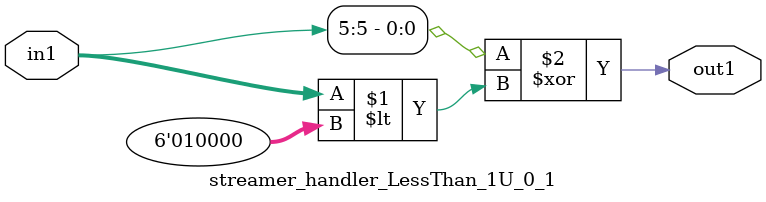
<source format=v>

`timescale 1ps / 1ps


module streamer_handler_LessThan_1U_0_1( in1, out1 );

    input [5:0] in1;
    output out1;

    
    // rtl_process:streamer_handler_LessThan_1U_0_1/streamer_handler_LessThan_1U_0_1_thread_1
    assign out1 = (in1[5] ^ in1 < 6'd16);

endmodule



</source>
